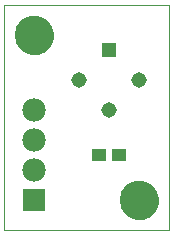
<source format=gts>
G75*
%MOIN*%
%OFA0B0*%
%FSLAX25Y25*%
%IPPOS*%
%LPD*%
%AMOC8*
5,1,8,0,0,1.08239X$1,22.5*
%
%ADD10C,0.00000*%
%ADD11C,0.12900*%
%ADD12R,0.07800X0.07800*%
%ADD13C,0.07800*%
%ADD14R,0.04731X0.04337*%
%ADD15C,0.05156*%
%ADD16R,0.05156X0.05156*%
D10*
X0016575Y0001500D02*
X0016575Y0076500D01*
X0071575Y0076500D01*
X0071575Y0001500D01*
X0016575Y0001500D01*
X0055325Y0011500D02*
X0055327Y0011658D01*
X0055333Y0011815D01*
X0055343Y0011973D01*
X0055357Y0012130D01*
X0055375Y0012286D01*
X0055396Y0012443D01*
X0055422Y0012598D01*
X0055452Y0012753D01*
X0055485Y0012907D01*
X0055523Y0013060D01*
X0055564Y0013213D01*
X0055609Y0013364D01*
X0055658Y0013514D01*
X0055711Y0013662D01*
X0055767Y0013810D01*
X0055828Y0013955D01*
X0055891Y0014100D01*
X0055959Y0014242D01*
X0056030Y0014383D01*
X0056104Y0014522D01*
X0056182Y0014659D01*
X0056264Y0014794D01*
X0056348Y0014927D01*
X0056437Y0015058D01*
X0056528Y0015186D01*
X0056623Y0015313D01*
X0056720Y0015436D01*
X0056821Y0015558D01*
X0056925Y0015676D01*
X0057032Y0015792D01*
X0057142Y0015905D01*
X0057254Y0016016D01*
X0057370Y0016123D01*
X0057488Y0016228D01*
X0057608Y0016330D01*
X0057731Y0016428D01*
X0057857Y0016524D01*
X0057985Y0016616D01*
X0058115Y0016705D01*
X0058247Y0016791D01*
X0058382Y0016873D01*
X0058519Y0016952D01*
X0058657Y0017027D01*
X0058797Y0017099D01*
X0058940Y0017167D01*
X0059083Y0017232D01*
X0059229Y0017293D01*
X0059376Y0017350D01*
X0059524Y0017404D01*
X0059674Y0017454D01*
X0059824Y0017500D01*
X0059976Y0017542D01*
X0060129Y0017581D01*
X0060283Y0017615D01*
X0060438Y0017646D01*
X0060593Y0017672D01*
X0060749Y0017695D01*
X0060906Y0017714D01*
X0061063Y0017729D01*
X0061220Y0017740D01*
X0061378Y0017747D01*
X0061536Y0017750D01*
X0061693Y0017749D01*
X0061851Y0017744D01*
X0062008Y0017735D01*
X0062166Y0017722D01*
X0062322Y0017705D01*
X0062479Y0017684D01*
X0062634Y0017660D01*
X0062789Y0017631D01*
X0062944Y0017598D01*
X0063097Y0017562D01*
X0063250Y0017521D01*
X0063401Y0017477D01*
X0063551Y0017429D01*
X0063700Y0017378D01*
X0063848Y0017322D01*
X0063994Y0017263D01*
X0064139Y0017200D01*
X0064282Y0017133D01*
X0064423Y0017063D01*
X0064562Y0016990D01*
X0064700Y0016913D01*
X0064836Y0016832D01*
X0064969Y0016748D01*
X0065100Y0016661D01*
X0065229Y0016570D01*
X0065356Y0016476D01*
X0065481Y0016379D01*
X0065602Y0016279D01*
X0065722Y0016176D01*
X0065838Y0016070D01*
X0065952Y0015961D01*
X0066064Y0015849D01*
X0066172Y0015735D01*
X0066277Y0015617D01*
X0066380Y0015497D01*
X0066479Y0015375D01*
X0066575Y0015250D01*
X0066668Y0015122D01*
X0066758Y0014993D01*
X0066844Y0014861D01*
X0066928Y0014727D01*
X0067007Y0014591D01*
X0067084Y0014453D01*
X0067156Y0014313D01*
X0067225Y0014171D01*
X0067291Y0014028D01*
X0067353Y0013883D01*
X0067411Y0013736D01*
X0067466Y0013588D01*
X0067517Y0013439D01*
X0067564Y0013288D01*
X0067607Y0013137D01*
X0067646Y0012984D01*
X0067682Y0012830D01*
X0067713Y0012676D01*
X0067741Y0012521D01*
X0067765Y0012365D01*
X0067785Y0012208D01*
X0067801Y0012051D01*
X0067813Y0011894D01*
X0067821Y0011737D01*
X0067825Y0011579D01*
X0067825Y0011421D01*
X0067821Y0011263D01*
X0067813Y0011106D01*
X0067801Y0010949D01*
X0067785Y0010792D01*
X0067765Y0010635D01*
X0067741Y0010479D01*
X0067713Y0010324D01*
X0067682Y0010170D01*
X0067646Y0010016D01*
X0067607Y0009863D01*
X0067564Y0009712D01*
X0067517Y0009561D01*
X0067466Y0009412D01*
X0067411Y0009264D01*
X0067353Y0009117D01*
X0067291Y0008972D01*
X0067225Y0008829D01*
X0067156Y0008687D01*
X0067084Y0008547D01*
X0067007Y0008409D01*
X0066928Y0008273D01*
X0066844Y0008139D01*
X0066758Y0008007D01*
X0066668Y0007878D01*
X0066575Y0007750D01*
X0066479Y0007625D01*
X0066380Y0007503D01*
X0066277Y0007383D01*
X0066172Y0007265D01*
X0066064Y0007151D01*
X0065952Y0007039D01*
X0065838Y0006930D01*
X0065722Y0006824D01*
X0065602Y0006721D01*
X0065481Y0006621D01*
X0065356Y0006524D01*
X0065229Y0006430D01*
X0065100Y0006339D01*
X0064969Y0006252D01*
X0064836Y0006168D01*
X0064700Y0006087D01*
X0064562Y0006010D01*
X0064423Y0005937D01*
X0064282Y0005867D01*
X0064139Y0005800D01*
X0063994Y0005737D01*
X0063848Y0005678D01*
X0063700Y0005622D01*
X0063551Y0005571D01*
X0063401Y0005523D01*
X0063250Y0005479D01*
X0063097Y0005438D01*
X0062944Y0005402D01*
X0062789Y0005369D01*
X0062634Y0005340D01*
X0062479Y0005316D01*
X0062322Y0005295D01*
X0062166Y0005278D01*
X0062008Y0005265D01*
X0061851Y0005256D01*
X0061693Y0005251D01*
X0061536Y0005250D01*
X0061378Y0005253D01*
X0061220Y0005260D01*
X0061063Y0005271D01*
X0060906Y0005286D01*
X0060749Y0005305D01*
X0060593Y0005328D01*
X0060438Y0005354D01*
X0060283Y0005385D01*
X0060129Y0005419D01*
X0059976Y0005458D01*
X0059824Y0005500D01*
X0059674Y0005546D01*
X0059524Y0005596D01*
X0059376Y0005650D01*
X0059229Y0005707D01*
X0059083Y0005768D01*
X0058940Y0005833D01*
X0058797Y0005901D01*
X0058657Y0005973D01*
X0058519Y0006048D01*
X0058382Y0006127D01*
X0058247Y0006209D01*
X0058115Y0006295D01*
X0057985Y0006384D01*
X0057857Y0006476D01*
X0057731Y0006572D01*
X0057608Y0006670D01*
X0057488Y0006772D01*
X0057370Y0006877D01*
X0057254Y0006984D01*
X0057142Y0007095D01*
X0057032Y0007208D01*
X0056925Y0007324D01*
X0056821Y0007442D01*
X0056720Y0007564D01*
X0056623Y0007687D01*
X0056528Y0007814D01*
X0056437Y0007942D01*
X0056348Y0008073D01*
X0056264Y0008206D01*
X0056182Y0008341D01*
X0056104Y0008478D01*
X0056030Y0008617D01*
X0055959Y0008758D01*
X0055891Y0008900D01*
X0055828Y0009045D01*
X0055767Y0009190D01*
X0055711Y0009338D01*
X0055658Y0009486D01*
X0055609Y0009636D01*
X0055564Y0009787D01*
X0055523Y0009940D01*
X0055485Y0010093D01*
X0055452Y0010247D01*
X0055422Y0010402D01*
X0055396Y0010557D01*
X0055375Y0010714D01*
X0055357Y0010870D01*
X0055343Y0011027D01*
X0055333Y0011185D01*
X0055327Y0011342D01*
X0055325Y0011500D01*
X0020325Y0066500D02*
X0020327Y0066658D01*
X0020333Y0066815D01*
X0020343Y0066973D01*
X0020357Y0067130D01*
X0020375Y0067286D01*
X0020396Y0067443D01*
X0020422Y0067598D01*
X0020452Y0067753D01*
X0020485Y0067907D01*
X0020523Y0068060D01*
X0020564Y0068213D01*
X0020609Y0068364D01*
X0020658Y0068514D01*
X0020711Y0068662D01*
X0020767Y0068810D01*
X0020828Y0068955D01*
X0020891Y0069100D01*
X0020959Y0069242D01*
X0021030Y0069383D01*
X0021104Y0069522D01*
X0021182Y0069659D01*
X0021264Y0069794D01*
X0021348Y0069927D01*
X0021437Y0070058D01*
X0021528Y0070186D01*
X0021623Y0070313D01*
X0021720Y0070436D01*
X0021821Y0070558D01*
X0021925Y0070676D01*
X0022032Y0070792D01*
X0022142Y0070905D01*
X0022254Y0071016D01*
X0022370Y0071123D01*
X0022488Y0071228D01*
X0022608Y0071330D01*
X0022731Y0071428D01*
X0022857Y0071524D01*
X0022985Y0071616D01*
X0023115Y0071705D01*
X0023247Y0071791D01*
X0023382Y0071873D01*
X0023519Y0071952D01*
X0023657Y0072027D01*
X0023797Y0072099D01*
X0023940Y0072167D01*
X0024083Y0072232D01*
X0024229Y0072293D01*
X0024376Y0072350D01*
X0024524Y0072404D01*
X0024674Y0072454D01*
X0024824Y0072500D01*
X0024976Y0072542D01*
X0025129Y0072581D01*
X0025283Y0072615D01*
X0025438Y0072646D01*
X0025593Y0072672D01*
X0025749Y0072695D01*
X0025906Y0072714D01*
X0026063Y0072729D01*
X0026220Y0072740D01*
X0026378Y0072747D01*
X0026536Y0072750D01*
X0026693Y0072749D01*
X0026851Y0072744D01*
X0027008Y0072735D01*
X0027166Y0072722D01*
X0027322Y0072705D01*
X0027479Y0072684D01*
X0027634Y0072660D01*
X0027789Y0072631D01*
X0027944Y0072598D01*
X0028097Y0072562D01*
X0028250Y0072521D01*
X0028401Y0072477D01*
X0028551Y0072429D01*
X0028700Y0072378D01*
X0028848Y0072322D01*
X0028994Y0072263D01*
X0029139Y0072200D01*
X0029282Y0072133D01*
X0029423Y0072063D01*
X0029562Y0071990D01*
X0029700Y0071913D01*
X0029836Y0071832D01*
X0029969Y0071748D01*
X0030100Y0071661D01*
X0030229Y0071570D01*
X0030356Y0071476D01*
X0030481Y0071379D01*
X0030602Y0071279D01*
X0030722Y0071176D01*
X0030838Y0071070D01*
X0030952Y0070961D01*
X0031064Y0070849D01*
X0031172Y0070735D01*
X0031277Y0070617D01*
X0031380Y0070497D01*
X0031479Y0070375D01*
X0031575Y0070250D01*
X0031668Y0070122D01*
X0031758Y0069993D01*
X0031844Y0069861D01*
X0031928Y0069727D01*
X0032007Y0069591D01*
X0032084Y0069453D01*
X0032156Y0069313D01*
X0032225Y0069171D01*
X0032291Y0069028D01*
X0032353Y0068883D01*
X0032411Y0068736D01*
X0032466Y0068588D01*
X0032517Y0068439D01*
X0032564Y0068288D01*
X0032607Y0068137D01*
X0032646Y0067984D01*
X0032682Y0067830D01*
X0032713Y0067676D01*
X0032741Y0067521D01*
X0032765Y0067365D01*
X0032785Y0067208D01*
X0032801Y0067051D01*
X0032813Y0066894D01*
X0032821Y0066737D01*
X0032825Y0066579D01*
X0032825Y0066421D01*
X0032821Y0066263D01*
X0032813Y0066106D01*
X0032801Y0065949D01*
X0032785Y0065792D01*
X0032765Y0065635D01*
X0032741Y0065479D01*
X0032713Y0065324D01*
X0032682Y0065170D01*
X0032646Y0065016D01*
X0032607Y0064863D01*
X0032564Y0064712D01*
X0032517Y0064561D01*
X0032466Y0064412D01*
X0032411Y0064264D01*
X0032353Y0064117D01*
X0032291Y0063972D01*
X0032225Y0063829D01*
X0032156Y0063687D01*
X0032084Y0063547D01*
X0032007Y0063409D01*
X0031928Y0063273D01*
X0031844Y0063139D01*
X0031758Y0063007D01*
X0031668Y0062878D01*
X0031575Y0062750D01*
X0031479Y0062625D01*
X0031380Y0062503D01*
X0031277Y0062383D01*
X0031172Y0062265D01*
X0031064Y0062151D01*
X0030952Y0062039D01*
X0030838Y0061930D01*
X0030722Y0061824D01*
X0030602Y0061721D01*
X0030481Y0061621D01*
X0030356Y0061524D01*
X0030229Y0061430D01*
X0030100Y0061339D01*
X0029969Y0061252D01*
X0029836Y0061168D01*
X0029700Y0061087D01*
X0029562Y0061010D01*
X0029423Y0060937D01*
X0029282Y0060867D01*
X0029139Y0060800D01*
X0028994Y0060737D01*
X0028848Y0060678D01*
X0028700Y0060622D01*
X0028551Y0060571D01*
X0028401Y0060523D01*
X0028250Y0060479D01*
X0028097Y0060438D01*
X0027944Y0060402D01*
X0027789Y0060369D01*
X0027634Y0060340D01*
X0027479Y0060316D01*
X0027322Y0060295D01*
X0027166Y0060278D01*
X0027008Y0060265D01*
X0026851Y0060256D01*
X0026693Y0060251D01*
X0026536Y0060250D01*
X0026378Y0060253D01*
X0026220Y0060260D01*
X0026063Y0060271D01*
X0025906Y0060286D01*
X0025749Y0060305D01*
X0025593Y0060328D01*
X0025438Y0060354D01*
X0025283Y0060385D01*
X0025129Y0060419D01*
X0024976Y0060458D01*
X0024824Y0060500D01*
X0024674Y0060546D01*
X0024524Y0060596D01*
X0024376Y0060650D01*
X0024229Y0060707D01*
X0024083Y0060768D01*
X0023940Y0060833D01*
X0023797Y0060901D01*
X0023657Y0060973D01*
X0023519Y0061048D01*
X0023382Y0061127D01*
X0023247Y0061209D01*
X0023115Y0061295D01*
X0022985Y0061384D01*
X0022857Y0061476D01*
X0022731Y0061572D01*
X0022608Y0061670D01*
X0022488Y0061772D01*
X0022370Y0061877D01*
X0022254Y0061984D01*
X0022142Y0062095D01*
X0022032Y0062208D01*
X0021925Y0062324D01*
X0021821Y0062442D01*
X0021720Y0062564D01*
X0021623Y0062687D01*
X0021528Y0062814D01*
X0021437Y0062942D01*
X0021348Y0063073D01*
X0021264Y0063206D01*
X0021182Y0063341D01*
X0021104Y0063478D01*
X0021030Y0063617D01*
X0020959Y0063758D01*
X0020891Y0063900D01*
X0020828Y0064045D01*
X0020767Y0064190D01*
X0020711Y0064338D01*
X0020658Y0064486D01*
X0020609Y0064636D01*
X0020564Y0064787D01*
X0020523Y0064940D01*
X0020485Y0065093D01*
X0020452Y0065247D01*
X0020422Y0065402D01*
X0020396Y0065557D01*
X0020375Y0065714D01*
X0020357Y0065870D01*
X0020343Y0066027D01*
X0020333Y0066185D01*
X0020327Y0066342D01*
X0020325Y0066500D01*
D11*
X0026575Y0066500D03*
X0061575Y0011500D03*
D12*
X0026575Y0011500D03*
D13*
X0026575Y0021500D03*
X0026575Y0031500D03*
X0026575Y0041500D03*
D14*
X0048228Y0026500D03*
X0054921Y0026500D03*
D15*
X0051575Y0041500D03*
X0061575Y0051500D03*
X0041575Y0051500D03*
D16*
X0051575Y0061500D03*
M02*

</source>
